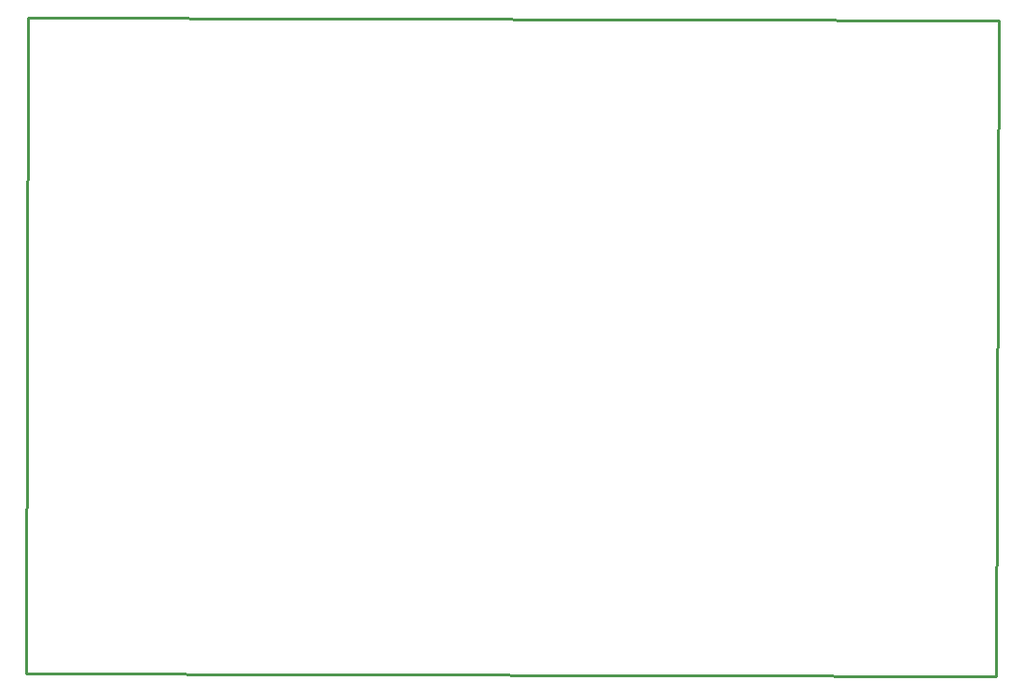
<source format=gbr>
G04 EAGLE Gerber RS-274X export*
G75*
%MOMM*%
%FSLAX34Y34*%
%LPD*%
%IN*%
%IPPOS*%
%AMOC8*
5,1,8,0,0,1.08239X$1,22.5*%
G01*
G04 Define Apertures*
%ADD10C,0.254000*%
D10*
X50800Y87900D02*
X931800Y85900D01*
X933800Y682000D01*
X52800Y684000D01*
X50800Y87900D01*
M02*

</source>
